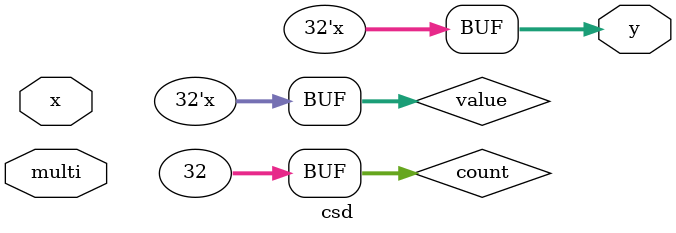
<source format=v>
module csd(y,x,multi);

  input [31:0] x;
  input [31:0] multi;
  output [31:0] y;
  reg [31:0] y1;
  reg[31:0] mul;
 reg[31:0] count; 
   reg t;
   integer value=0;

  always @(multi) begin
    y1=0;
    mul=0;
   mul=mul+multi; 

 
   for(count=0;count<=31;count=count+1)
   begin
 if(mul[count]==1)begin
      y1=y1+1;
   if(y1>1)begin
     mul[count]=0;
     
     end
    end
 else if(y1>1 && mul[count]==0 )
begin
mul[count]=1;
mul[count-y1]=t;
y1=0;
count=count-1;
end 
 else if(y1==1 && mul[count]==0 )
 begin
 y1=0;
 
 end
 end
   
   for(count=0;count<=31;count=count+1)
   begin
 if(mul[count]==1)begin
   value=value+(x<<count);
   end
   else if(mul[count]==0)
     begin
       
       
       end
       else begin
         value=value-(x<<count);
        
         end
  end 
   
     end
assign y=value;
endmodule
</source>
